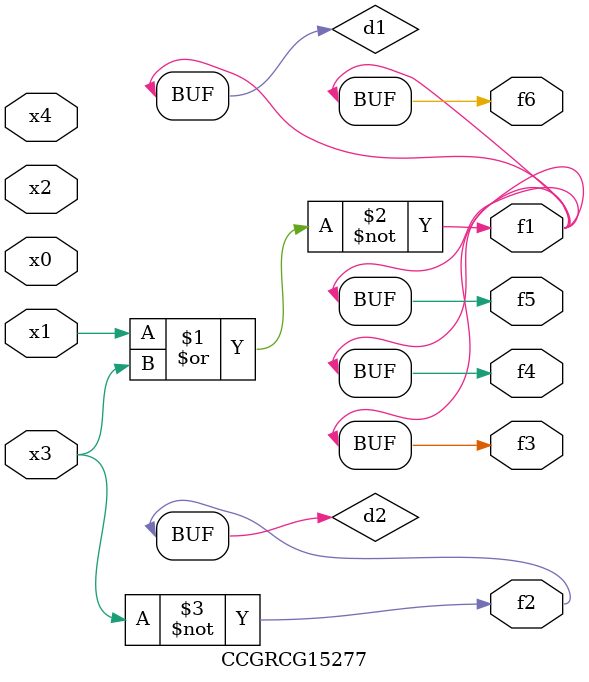
<source format=v>
module CCGRCG15277(
	input x0, x1, x2, x3, x4,
	output f1, f2, f3, f4, f5, f6
);

	wire d1, d2;

	nor (d1, x1, x3);
	not (d2, x3);
	assign f1 = d1;
	assign f2 = d2;
	assign f3 = d1;
	assign f4 = d1;
	assign f5 = d1;
	assign f6 = d1;
endmodule

</source>
